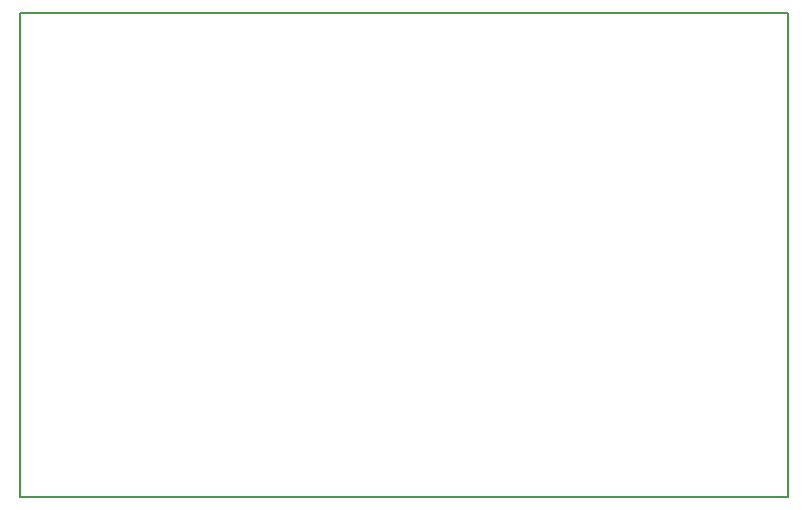
<source format=gm1>
G04 #@! TF.GenerationSoftware,KiCad,Pcbnew,(5.1.6)-1*
G04 #@! TF.CreationDate,2020-08-05T18:30:33+02:00*
G04 #@! TF.ProjectId,C64-PSU-251053-11_Austauschplatine,4336342d-5053-4552-9d32-35313035332d,0.3.1*
G04 #@! TF.SameCoordinates,Original*
G04 #@! TF.FileFunction,Profile,NP*
%FSLAX46Y46*%
G04 Gerber Fmt 4.6, Leading zero omitted, Abs format (unit mm)*
G04 Created by KiCad (PCBNEW (5.1.6)-1) date 2020-08-05 18:30:33*
%MOMM*%
%LPD*%
G01*
G04 APERTURE LIST*
G04 #@! TA.AperFunction,Profile*
%ADD10C,0.150000*%
G04 #@! TD*
G04 APERTURE END LIST*
D10*
X115920000Y-113520000D02*
X115920000Y-72520000D01*
X180920000Y-72520000D02*
X180920000Y-113520000D01*
X115920000Y-72520000D02*
X180920000Y-72520000D01*
X180920000Y-113520000D02*
X115920000Y-113520000D01*
M02*

</source>
